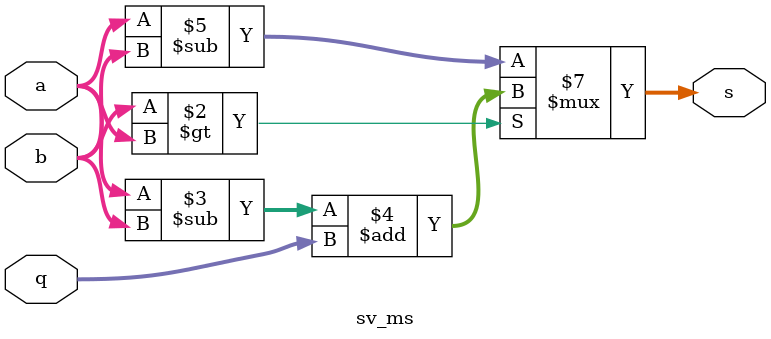
<source format=sv>

module sv_ms #(
  parameter DATA_WIDTH = 1024)
(
  input  logic [DATA_WIDTH-1:0] q,

  input  logic [DATA_WIDTH-1:0] a,
  input  logic [DATA_WIDTH-1:0] b,

  output logic [DATA_WIDTH-1:0] s);

  always_comb begin 
    if (b>a) s = a-b + q;
    else s = a-b; end


endmodule

</source>
